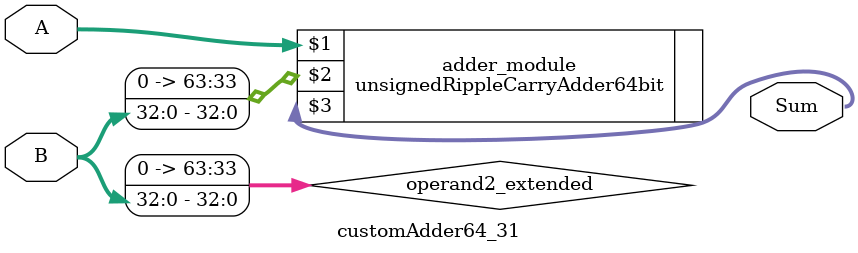
<source format=v>
module customAdder64_31(
                        input [63 : 0] A,
                        input [32 : 0] B,
                        
                        output [64 : 0] Sum
                );

        wire [63 : 0] operand2_extended;
        
        assign operand2_extended =  {31'b0, B};
        
        unsignedRippleCarryAdder64bit adder_module(
            A,
            operand2_extended,
            Sum
        );
        
        endmodule
        
</source>
